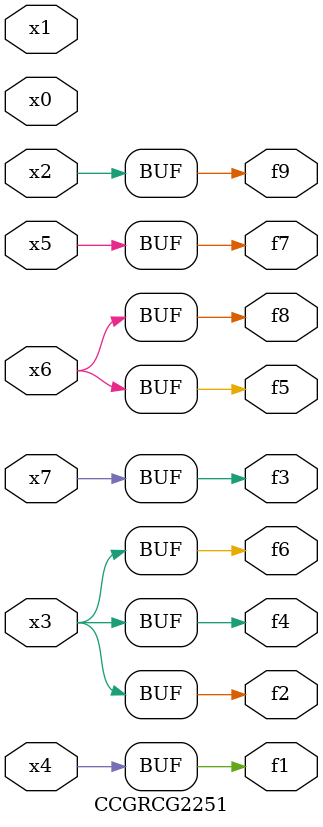
<source format=v>
module CCGRCG2251(
	input x0, x1, x2, x3, x4, x5, x6, x7,
	output f1, f2, f3, f4, f5, f6, f7, f8, f9
);
	assign f1 = x4;
	assign f2 = x3;
	assign f3 = x7;
	assign f4 = x3;
	assign f5 = x6;
	assign f6 = x3;
	assign f7 = x5;
	assign f8 = x6;
	assign f9 = x2;
endmodule

</source>
